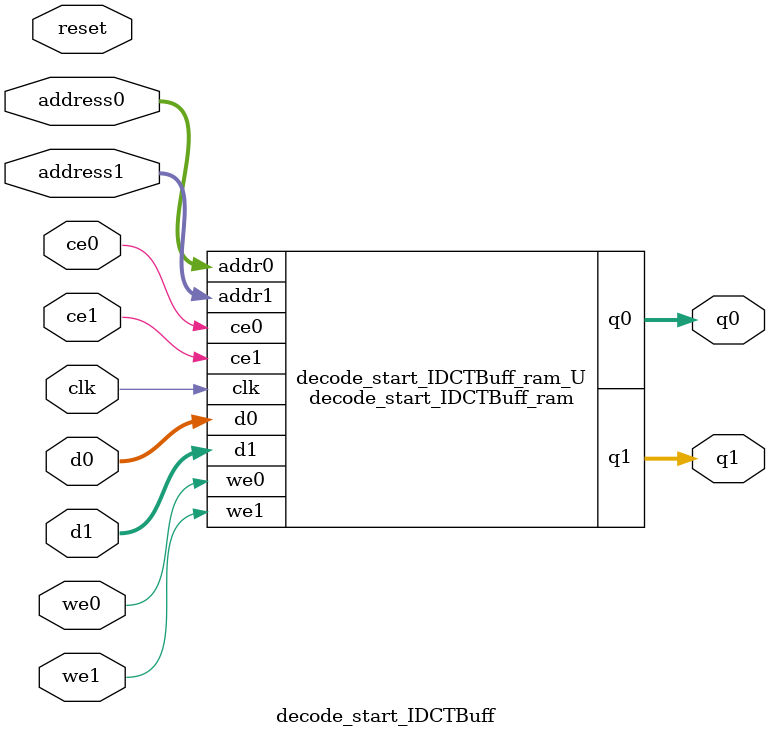
<source format=v>

`timescale 1 ns / 1 ps
module decode_start_IDCTBuff_ram (addr0, ce0, d0, we0, q0, addr1, ce1, d1, we1, q1,  clk);

parameter DWIDTH = 32;
parameter AWIDTH = 9;
parameter MEM_SIZE = 384;

input[AWIDTH-1:0] addr0;
input ce0;
input[DWIDTH-1:0] d0;
input we0;
output reg[DWIDTH-1:0] q0;
input[AWIDTH-1:0] addr1;
input ce1;
input[DWIDTH-1:0] d1;
input we1;
output reg[DWIDTH-1:0] q1;
input clk;

(* ram_style = "block" *)reg [DWIDTH-1:0] ram[MEM_SIZE-1:0];




always @(posedge clk)  
begin 
    if (ce0) 
    begin
        if (we0) 
        begin 
            ram[addr0] <= d0; 
            q0 <= d0;
        end 
        else 
            q0 <= ram[addr0];
    end
end


always @(posedge clk)  
begin 
    if (ce1) 
    begin
        if (we1) 
        begin 
            ram[addr1] <= d1; 
            q1 <= d1;
        end 
        else 
            q1 <= ram[addr1];
    end
end


endmodule


`timescale 1 ns / 1 ps
module decode_start_IDCTBuff(
    reset,
    clk,
    address0,
    ce0,
    we0,
    d0,
    q0,
    address1,
    ce1,
    we1,
    d1,
    q1);

parameter DataWidth = 32'd32;
parameter AddressRange = 32'd384;
parameter AddressWidth = 32'd9;
input reset;
input clk;
input[AddressWidth - 1:0] address0;
input ce0;
input we0;
input[DataWidth - 1:0] d0;
output[DataWidth - 1:0] q0;
input[AddressWidth - 1:0] address1;
input ce1;
input we1;
input[DataWidth - 1:0] d1;
output[DataWidth - 1:0] q1;



decode_start_IDCTBuff_ram decode_start_IDCTBuff_ram_U(
    .clk( clk ),
    .addr0( address0 ),
    .ce0( ce0 ),
    .d0( d0 ),
    .we0( we0 ),
    .q0( q0 ),
    .addr1( address1 ),
    .ce1( ce1 ),
    .d1( d1 ),
    .we1( we1 ),
    .q1( q1 ));

endmodule


</source>
